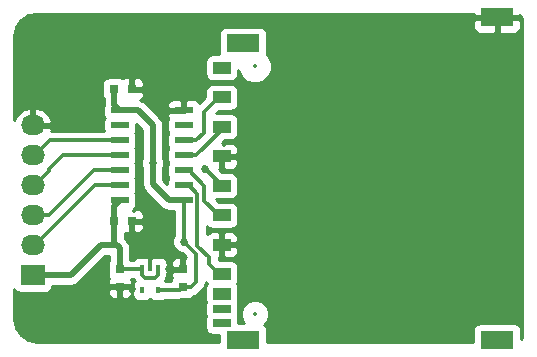
<source format=gtl>
%TF.GenerationSoftware,KiCad,Pcbnew,4.0.4+e1-6308~48~ubuntu16.04.1-stable*%
%TF.CreationDate,2017-01-04T17:26:24-08:00*%
%TF.ProjectId,sd-full-2041021-4-breakout,73642D66756C6C2D323034313032312D,v1.0*%
%TF.FileFunction,Copper,L1,Top,Signal*%
%FSLAX46Y46*%
G04 Gerber Fmt 4.6, Leading zero omitted, Abs format (unit mm)*
G04 Created by KiCad (PCBNEW 4.0.4+e1-6308~48~ubuntu16.04.1-stable) date Wed Jan  4 17:26:24 2017*
%MOMM*%
%LPD*%
G01*
G04 APERTURE LIST*
%ADD10C,0.350000*%
%ADD11R,0.750000X0.800000*%
%ADD12R,0.800000X0.750000*%
%ADD13R,2.032000X1.727200*%
%ADD14O,2.032000X1.727200*%
%ADD15R,1.500000X1.000000*%
%ADD16R,1.500000X0.700000*%
%ADD17R,2.800000X1.500000*%
%ADD18R,0.420000X0.600000*%
%ADD19R,1.500000X0.600000*%
%ADD20C,0.685800*%
%ADD21C,0.330200*%
%ADD22C,0.508000*%
%ADD23C,0.254000*%
%ADD24C,0.330200*%
%ADD25C,0.350000*%
G04 APERTURE END LIST*
D10*
D11*
X107442000Y-85852000D03*
X107442000Y-87352000D03*
D12*
X106958000Y-81788000D03*
X108458000Y-81788000D03*
X106958000Y-70612000D03*
X108458000Y-70612000D03*
D11*
X112776000Y-87364000D03*
X112776000Y-85864000D03*
D13*
X100076000Y-86360000D03*
D14*
X100076000Y-83820000D03*
X100076000Y-81280000D03*
X100076000Y-78740000D03*
X100076000Y-76200000D03*
X100076000Y-73660000D03*
D15*
X116072000Y-71287000D03*
X116072000Y-73787000D03*
X116072000Y-76287000D03*
X116072000Y-78787000D03*
X116072000Y-81287000D03*
X116072000Y-83787000D03*
X116072000Y-86217000D03*
X116072000Y-87917000D03*
X116072000Y-68787000D03*
D16*
X116072000Y-89217000D03*
X116072000Y-90417000D03*
D17*
X117872000Y-66712000D03*
X139372000Y-64512000D03*
X139372000Y-91812000D03*
X117872000Y-91812000D03*
D18*
X110632000Y-85730000D03*
X109332000Y-85730000D03*
X110632000Y-87630000D03*
X109982000Y-85730000D03*
X109332000Y-87630000D03*
D19*
X112842000Y-80010000D03*
X112842000Y-78740000D03*
X112842000Y-77470000D03*
X112842000Y-76200000D03*
X112842000Y-74930000D03*
X112842000Y-73660000D03*
X112842000Y-72390000D03*
X107442000Y-72390000D03*
X107442000Y-73660000D03*
X107442000Y-74930000D03*
X107442000Y-76200000D03*
X107442000Y-77470000D03*
X107442000Y-78740000D03*
X107442000Y-80010000D03*
D20*
X111633000Y-85852000D03*
X108458000Y-87503000D03*
X117856000Y-76327000D03*
X117983000Y-83820000D03*
X112903000Y-70866000D03*
X108458000Y-69342000D03*
X108458000Y-82931000D03*
X110236000Y-76835000D03*
X114681000Y-77343000D03*
X112842000Y-83505000D03*
D21*
X107442000Y-85852000D02*
X109210000Y-85852000D01*
X109210000Y-85852000D02*
X109332000Y-85730000D01*
X110378200Y-86614000D02*
X109585800Y-86614000D01*
X109585800Y-86614000D02*
X109332000Y-86360200D01*
X109332000Y-86360200D02*
X109332000Y-85730000D01*
X110632000Y-85730000D02*
X110632000Y-86360200D01*
X110632000Y-86360200D02*
X110378200Y-86614000D01*
D22*
X106958000Y-81788000D02*
X106958000Y-80494000D01*
X106958000Y-80494000D02*
X107442000Y-80010000D01*
X106934000Y-83820000D02*
X107188000Y-83820000D01*
X105809000Y-83820000D02*
X106934000Y-83820000D01*
X106934000Y-83820000D02*
X106958000Y-83796000D01*
X106958000Y-83796000D02*
X106958000Y-81788000D01*
X107188000Y-83820000D02*
X107442000Y-84074000D01*
X107442000Y-84074000D02*
X107442000Y-85852000D01*
X100076000Y-86360000D02*
X103269000Y-86360000D01*
X103269000Y-86360000D02*
X105809000Y-83820000D01*
D21*
X112776000Y-85864000D02*
X111645000Y-85864000D01*
X111645000Y-85864000D02*
X111633000Y-85852000D01*
X107442000Y-87352000D02*
X108307000Y-87352000D01*
X108307000Y-87352000D02*
X108458000Y-87503000D01*
X109982000Y-85730000D02*
X109982000Y-84709000D01*
X116072000Y-76287000D02*
X117816000Y-76287000D01*
X117816000Y-76287000D02*
X117856000Y-76327000D01*
X116072000Y-83787000D02*
X117950000Y-83787000D01*
X117950000Y-83787000D02*
X117983000Y-83820000D01*
D22*
X112842000Y-72390000D02*
X112842000Y-70927000D01*
X112842000Y-70927000D02*
X112903000Y-70866000D01*
X108458000Y-70612000D02*
X108458000Y-69342000D01*
X108458000Y-81788000D02*
X108458000Y-82931000D01*
X110236000Y-78662000D02*
X110236000Y-76835000D01*
X110236000Y-76835000D02*
X110236000Y-73660000D01*
D21*
X116072000Y-78787000D02*
X116072000Y-78734000D01*
X116072000Y-78734000D02*
X114681000Y-77343000D01*
X113919000Y-84582000D02*
X112842000Y-83505000D01*
X113919000Y-86926200D02*
X113919000Y-84582000D01*
X112776000Y-87364000D02*
X113481200Y-87364000D01*
X113481200Y-87364000D02*
X113919000Y-86926200D01*
X112842000Y-80010000D02*
X112842000Y-83505000D01*
X110632000Y-87630000D02*
X112510000Y-87630000D01*
X112510000Y-87630000D02*
X112776000Y-87364000D01*
D22*
X110236000Y-73660000D02*
X108966000Y-72390000D01*
X108966000Y-72390000D02*
X107442000Y-72390000D01*
X112842000Y-80010000D02*
X111584000Y-80010000D01*
X111584000Y-80010000D02*
X110236000Y-78662000D01*
X106958000Y-70612000D02*
X106958000Y-71906000D01*
X106958000Y-71906000D02*
X107442000Y-72390000D01*
D21*
X100076000Y-76200000D02*
X100228400Y-76200000D01*
X100228400Y-76200000D02*
X101498400Y-74930000D01*
X101498400Y-74930000D02*
X106361800Y-74930000D01*
X106361800Y-74930000D02*
X107442000Y-74930000D01*
X107442000Y-76200000D02*
X102616000Y-76200000D01*
X102616000Y-76200000D02*
X101422200Y-77393800D01*
X101422200Y-77393800D02*
X101422200Y-77546200D01*
X101422200Y-77546200D02*
X100228400Y-78740000D01*
X100228400Y-78740000D02*
X100076000Y-78740000D01*
X100076000Y-83820000D02*
X100228400Y-83820000D01*
X100228400Y-83820000D02*
X105308400Y-78740000D01*
X105308400Y-78740000D02*
X106361800Y-78740000D01*
X106361800Y-78740000D02*
X107442000Y-78740000D01*
X114554000Y-74298200D02*
X114554000Y-72555000D01*
X115822000Y-71287000D02*
X116072000Y-71287000D01*
X114554000Y-72555000D02*
X115822000Y-71287000D01*
X112842000Y-74930000D02*
X113922200Y-74930000D01*
X113922200Y-74930000D02*
X114554000Y-74298200D01*
X112842000Y-76200000D02*
X113922200Y-76200000D01*
X113922200Y-76200000D02*
X116072000Y-74050200D01*
X116072000Y-74050200D02*
X116072000Y-73787000D01*
X115822000Y-81287000D02*
X116072000Y-81287000D01*
X114595312Y-80060312D02*
X115822000Y-81287000D01*
X113292000Y-77470000D02*
X114595312Y-78773312D01*
X112842000Y-77470000D02*
X113292000Y-77470000D01*
X114595312Y-78773312D02*
X114595312Y-80060312D01*
X114991800Y-85386800D02*
X115822000Y-86217000D01*
X114991800Y-84828602D02*
X114991800Y-85386800D01*
X114011101Y-83847903D02*
X114991800Y-84828602D01*
X114011101Y-79459101D02*
X114011101Y-83847903D01*
X112842000Y-78740000D02*
X113292000Y-78740000D01*
X113292000Y-78740000D02*
X114011101Y-79459101D01*
X115822000Y-86217000D02*
X116072000Y-86217000D01*
X100076000Y-81280000D02*
X101422200Y-81280000D01*
X101422200Y-81280000D02*
X105232200Y-77470000D01*
X106361800Y-77470000D02*
X107442000Y-77470000D01*
X105232200Y-77470000D02*
X106361800Y-77470000D01*
D23*
G36*
X137337000Y-64226250D02*
X137495750Y-64385000D01*
X139245000Y-64385000D01*
X139245000Y-64365000D01*
X139499000Y-64365000D01*
X139499000Y-64385000D01*
X141248250Y-64385000D01*
X141291287Y-64341963D01*
X141355278Y-64384720D01*
X141473392Y-64561490D01*
X141528800Y-64840049D01*
X141528800Y-91369951D01*
X141473392Y-91648510D01*
X141419440Y-91729255D01*
X141419440Y-91062000D01*
X141375162Y-90826683D01*
X141236090Y-90610559D01*
X141023890Y-90465569D01*
X140772000Y-90414560D01*
X137972000Y-90414560D01*
X137736683Y-90458838D01*
X137520559Y-90597910D01*
X137375569Y-90810110D01*
X137324560Y-91062000D01*
X137324560Y-91998800D01*
X119919440Y-91998800D01*
X119919440Y-91062000D01*
X119875162Y-90826683D01*
X119736090Y-90610559D01*
X119654760Y-90554988D01*
X119876009Y-90334125D01*
X120056794Y-89898745D01*
X120057206Y-89427323D01*
X119877180Y-88991628D01*
X119544125Y-88657991D01*
X119108745Y-88477206D01*
X118637323Y-88476794D01*
X118201628Y-88656820D01*
X117867991Y-88989875D01*
X117687206Y-89425255D01*
X117686794Y-89896677D01*
X117866820Y-90332372D01*
X117948865Y-90414560D01*
X117469440Y-90414560D01*
X117469440Y-90067000D01*
X117425162Y-89831683D01*
X117417658Y-89820021D01*
X117418431Y-89818890D01*
X117469440Y-89567000D01*
X117469440Y-88867000D01*
X117425549Y-88633740D01*
X117469440Y-88417000D01*
X117469440Y-87417000D01*
X117425162Y-87181683D01*
X117351380Y-87067022D01*
X117418431Y-86968890D01*
X117469440Y-86717000D01*
X117469440Y-85717000D01*
X117425162Y-85481683D01*
X117286090Y-85265559D01*
X117073890Y-85120569D01*
X116822000Y-85069560D01*
X115806072Y-85069560D01*
X115791900Y-85055388D01*
X115791900Y-84916350D01*
X115945000Y-84763250D01*
X115945000Y-83914000D01*
X116199000Y-83914000D01*
X116199000Y-84763250D01*
X116357750Y-84922000D01*
X116948310Y-84922000D01*
X117181699Y-84825327D01*
X117360327Y-84646698D01*
X117457000Y-84413309D01*
X117457000Y-84072750D01*
X117298250Y-83914000D01*
X116199000Y-83914000D01*
X115945000Y-83914000D01*
X115925000Y-83914000D01*
X115925000Y-83660000D01*
X115945000Y-83660000D01*
X115945000Y-82810750D01*
X116199000Y-82810750D01*
X116199000Y-83660000D01*
X117298250Y-83660000D01*
X117457000Y-83501250D01*
X117457000Y-83160691D01*
X117360327Y-82927302D01*
X117181699Y-82748673D01*
X116948310Y-82652000D01*
X116357750Y-82652000D01*
X116199000Y-82810750D01*
X115945000Y-82810750D01*
X115786250Y-82652000D01*
X115195690Y-82652000D01*
X114962301Y-82748673D01*
X114811201Y-82899774D01*
X114811201Y-82165853D01*
X114857910Y-82238441D01*
X115070110Y-82383431D01*
X115322000Y-82434440D01*
X116822000Y-82434440D01*
X117057317Y-82390162D01*
X117273441Y-82251090D01*
X117418431Y-82038890D01*
X117469440Y-81787000D01*
X117469440Y-80787000D01*
X117425162Y-80551683D01*
X117286090Y-80335559D01*
X117073890Y-80190569D01*
X116822000Y-80139560D01*
X115806072Y-80139560D01*
X115600952Y-79934440D01*
X116822000Y-79934440D01*
X117057317Y-79890162D01*
X117273441Y-79751090D01*
X117418431Y-79538890D01*
X117469440Y-79287000D01*
X117469440Y-78287000D01*
X117425162Y-78051683D01*
X117286090Y-77835559D01*
X117073890Y-77690569D01*
X116822000Y-77639560D01*
X116109072Y-77639560D01*
X115838881Y-77369369D01*
X115945000Y-77263250D01*
X115945000Y-76414000D01*
X116199000Y-76414000D01*
X116199000Y-77263250D01*
X116357750Y-77422000D01*
X116948310Y-77422000D01*
X117181699Y-77325327D01*
X117360327Y-77146698D01*
X117457000Y-76913309D01*
X117457000Y-76572750D01*
X117298250Y-76414000D01*
X116199000Y-76414000D01*
X115945000Y-76414000D01*
X115925000Y-76414000D01*
X115925000Y-76160000D01*
X115945000Y-76160000D01*
X115945000Y-76140000D01*
X116199000Y-76140000D01*
X116199000Y-76160000D01*
X117298250Y-76160000D01*
X117457000Y-76001250D01*
X117457000Y-75660691D01*
X117360327Y-75427302D01*
X117181699Y-75248673D01*
X116948310Y-75152000D01*
X116357750Y-75152000D01*
X116199002Y-75310748D01*
X116199002Y-75152000D01*
X116101712Y-75152000D01*
X116319272Y-74934440D01*
X116822000Y-74934440D01*
X117057317Y-74890162D01*
X117273441Y-74751090D01*
X117418431Y-74538890D01*
X117469440Y-74287000D01*
X117469440Y-73287000D01*
X117425162Y-73051683D01*
X117286090Y-72835559D01*
X117073890Y-72690569D01*
X116822000Y-72639560D01*
X115600952Y-72639560D01*
X115806072Y-72434440D01*
X116822000Y-72434440D01*
X117057317Y-72390162D01*
X117273441Y-72251090D01*
X117418431Y-72038890D01*
X117469440Y-71787000D01*
X117469440Y-70787000D01*
X117425162Y-70551683D01*
X117286090Y-70335559D01*
X117073890Y-70190569D01*
X116822000Y-70139560D01*
X115322000Y-70139560D01*
X115086683Y-70183838D01*
X114870559Y-70322910D01*
X114725569Y-70535110D01*
X114674560Y-70787000D01*
X114674560Y-71302928D01*
X114164555Y-71812933D01*
X114130327Y-71730301D01*
X113951698Y-71551673D01*
X113718309Y-71455000D01*
X113127750Y-71455000D01*
X112969000Y-71613750D01*
X112969000Y-72263000D01*
X112989000Y-72263000D01*
X112989000Y-72517000D01*
X112969000Y-72517000D01*
X112969000Y-72537000D01*
X112715000Y-72537000D01*
X112715000Y-72517000D01*
X111615750Y-72517000D01*
X111457000Y-72675750D01*
X111457000Y-72816310D01*
X111546806Y-73033122D01*
X111495569Y-73108110D01*
X111444560Y-73360000D01*
X111444560Y-73960000D01*
X111488838Y-74195317D01*
X111552678Y-74294528D01*
X111495569Y-74378110D01*
X111444560Y-74630000D01*
X111444560Y-75230000D01*
X111488838Y-75465317D01*
X111552678Y-75564528D01*
X111495569Y-75648110D01*
X111444560Y-75900000D01*
X111444560Y-76500000D01*
X111488838Y-76735317D01*
X111552678Y-76834528D01*
X111495569Y-76918110D01*
X111444560Y-77170000D01*
X111444560Y-77770000D01*
X111488838Y-78005317D01*
X111552678Y-78104528D01*
X111495569Y-78188110D01*
X111444560Y-78440000D01*
X111444560Y-78613324D01*
X111125000Y-78293764D01*
X111125000Y-77244055D01*
X111213730Y-77030370D01*
X111214069Y-76641337D01*
X111125000Y-76425773D01*
X111125000Y-73660000D01*
X111057329Y-73319794D01*
X110864618Y-73031382D01*
X109796926Y-71963690D01*
X111457000Y-71963690D01*
X111457000Y-72104250D01*
X111615750Y-72263000D01*
X112715000Y-72263000D01*
X112715000Y-71613750D01*
X112556250Y-71455000D01*
X111965691Y-71455000D01*
X111732302Y-71551673D01*
X111553673Y-71730301D01*
X111457000Y-71963690D01*
X109796926Y-71963690D01*
X109594618Y-71761382D01*
X109548102Y-71730301D01*
X109306206Y-71568671D01*
X109175719Y-71542715D01*
X109217698Y-71525327D01*
X109396327Y-71346699D01*
X109493000Y-71113310D01*
X109493000Y-70897750D01*
X109334250Y-70739000D01*
X108585000Y-70739000D01*
X108585000Y-70759000D01*
X108331000Y-70759000D01*
X108331000Y-70739000D01*
X108311000Y-70739000D01*
X108311000Y-70485000D01*
X108331000Y-70485000D01*
X108331000Y-69760750D01*
X108585000Y-69760750D01*
X108585000Y-70485000D01*
X109334250Y-70485000D01*
X109493000Y-70326250D01*
X109493000Y-70110690D01*
X109396327Y-69877301D01*
X109217698Y-69698673D01*
X108984309Y-69602000D01*
X108743750Y-69602000D01*
X108585000Y-69760750D01*
X108331000Y-69760750D01*
X108172250Y-69602000D01*
X107931691Y-69602000D01*
X107698302Y-69698673D01*
X107696932Y-69700043D01*
X107609890Y-69640569D01*
X107358000Y-69589560D01*
X106558000Y-69589560D01*
X106322683Y-69633838D01*
X106106559Y-69772910D01*
X105961569Y-69985110D01*
X105910560Y-70237000D01*
X105910560Y-70987000D01*
X105954838Y-71222317D01*
X106069000Y-71399730D01*
X106069000Y-71906000D01*
X106075353Y-71937939D01*
X106044560Y-72090000D01*
X106044560Y-72690000D01*
X106088838Y-72925317D01*
X106152678Y-73024528D01*
X106095569Y-73108110D01*
X106044560Y-73360000D01*
X106044560Y-73960000D01*
X106076529Y-74129900D01*
X101634894Y-74129900D01*
X101680709Y-74034791D01*
X101683358Y-74019026D01*
X101562217Y-73787000D01*
X100203000Y-73787000D01*
X100203000Y-73807000D01*
X99949000Y-73807000D01*
X99949000Y-73787000D01*
X99929000Y-73787000D01*
X99929000Y-73533000D01*
X99949000Y-73533000D01*
X99949000Y-72319076D01*
X100203000Y-72319076D01*
X100203000Y-73533000D01*
X101562217Y-73533000D01*
X101683358Y-73300974D01*
X101680709Y-73285209D01*
X101426732Y-72757964D01*
X100990320Y-72368046D01*
X100437913Y-72174816D01*
X100203000Y-72319076D01*
X99949000Y-72319076D01*
X99714087Y-72174816D01*
X99161680Y-72368046D01*
X98725268Y-72757964D01*
X98501200Y-73223119D01*
X98501200Y-68287000D01*
X114674560Y-68287000D01*
X114674560Y-69287000D01*
X114718838Y-69522317D01*
X114857910Y-69738441D01*
X115070110Y-69883431D01*
X115322000Y-69934440D01*
X116822000Y-69934440D01*
X117057317Y-69890162D01*
X117273441Y-69751090D01*
X117418431Y-69538890D01*
X117469440Y-69287000D01*
X117469440Y-69025298D01*
X117654757Y-69473800D01*
X118058077Y-69877824D01*
X118585309Y-70096750D01*
X119156187Y-70097248D01*
X119683800Y-69879243D01*
X120087824Y-69475923D01*
X120306750Y-68948691D01*
X120307248Y-68377813D01*
X120089243Y-67850200D01*
X119882722Y-67643319D01*
X119919440Y-67462000D01*
X119919440Y-65962000D01*
X119875162Y-65726683D01*
X119736090Y-65510559D01*
X119523890Y-65365569D01*
X119272000Y-65314560D01*
X116472000Y-65314560D01*
X116236683Y-65358838D01*
X116020559Y-65497910D01*
X115875569Y-65710110D01*
X115824560Y-65962000D01*
X115824560Y-67462000D01*
X115857970Y-67639560D01*
X115322000Y-67639560D01*
X115086683Y-67683838D01*
X114870559Y-67822910D01*
X114725569Y-68035110D01*
X114674560Y-68287000D01*
X98501200Y-68287000D01*
X98501200Y-66110045D01*
X98653282Y-65345480D01*
X99019264Y-64797750D01*
X137337000Y-64797750D01*
X137337000Y-65388309D01*
X137433673Y-65621698D01*
X137612301Y-65800327D01*
X137845690Y-65897000D01*
X139086250Y-65897000D01*
X139245000Y-65738250D01*
X139245000Y-64639000D01*
X139499000Y-64639000D01*
X139499000Y-65738250D01*
X139657750Y-65897000D01*
X140898310Y-65897000D01*
X141131699Y-65800327D01*
X141310327Y-65621698D01*
X141407000Y-65388309D01*
X141407000Y-64797750D01*
X141248250Y-64639000D01*
X139499000Y-64639000D01*
X139245000Y-64639000D01*
X137495750Y-64639000D01*
X137337000Y-64797750D01*
X99019264Y-64797750D01*
X99046696Y-64756696D01*
X99635749Y-64363102D01*
X100395947Y-64211200D01*
X137337000Y-64211200D01*
X137337000Y-64226250D01*
X137337000Y-64226250D01*
G37*
X137337000Y-64226250D02*
X137495750Y-64385000D01*
X139245000Y-64385000D01*
X139245000Y-64365000D01*
X139499000Y-64365000D01*
X139499000Y-64385000D01*
X141248250Y-64385000D01*
X141291287Y-64341963D01*
X141355278Y-64384720D01*
X141473392Y-64561490D01*
X141528800Y-64840049D01*
X141528800Y-91369951D01*
X141473392Y-91648510D01*
X141419440Y-91729255D01*
X141419440Y-91062000D01*
X141375162Y-90826683D01*
X141236090Y-90610559D01*
X141023890Y-90465569D01*
X140772000Y-90414560D01*
X137972000Y-90414560D01*
X137736683Y-90458838D01*
X137520559Y-90597910D01*
X137375569Y-90810110D01*
X137324560Y-91062000D01*
X137324560Y-91998800D01*
X119919440Y-91998800D01*
X119919440Y-91062000D01*
X119875162Y-90826683D01*
X119736090Y-90610559D01*
X119654760Y-90554988D01*
X119876009Y-90334125D01*
X120056794Y-89898745D01*
X120057206Y-89427323D01*
X119877180Y-88991628D01*
X119544125Y-88657991D01*
X119108745Y-88477206D01*
X118637323Y-88476794D01*
X118201628Y-88656820D01*
X117867991Y-88989875D01*
X117687206Y-89425255D01*
X117686794Y-89896677D01*
X117866820Y-90332372D01*
X117948865Y-90414560D01*
X117469440Y-90414560D01*
X117469440Y-90067000D01*
X117425162Y-89831683D01*
X117417658Y-89820021D01*
X117418431Y-89818890D01*
X117469440Y-89567000D01*
X117469440Y-88867000D01*
X117425549Y-88633740D01*
X117469440Y-88417000D01*
X117469440Y-87417000D01*
X117425162Y-87181683D01*
X117351380Y-87067022D01*
X117418431Y-86968890D01*
X117469440Y-86717000D01*
X117469440Y-85717000D01*
X117425162Y-85481683D01*
X117286090Y-85265559D01*
X117073890Y-85120569D01*
X116822000Y-85069560D01*
X115806072Y-85069560D01*
X115791900Y-85055388D01*
X115791900Y-84916350D01*
X115945000Y-84763250D01*
X115945000Y-83914000D01*
X116199000Y-83914000D01*
X116199000Y-84763250D01*
X116357750Y-84922000D01*
X116948310Y-84922000D01*
X117181699Y-84825327D01*
X117360327Y-84646698D01*
X117457000Y-84413309D01*
X117457000Y-84072750D01*
X117298250Y-83914000D01*
X116199000Y-83914000D01*
X115945000Y-83914000D01*
X115925000Y-83914000D01*
X115925000Y-83660000D01*
X115945000Y-83660000D01*
X115945000Y-82810750D01*
X116199000Y-82810750D01*
X116199000Y-83660000D01*
X117298250Y-83660000D01*
X117457000Y-83501250D01*
X117457000Y-83160691D01*
X117360327Y-82927302D01*
X117181699Y-82748673D01*
X116948310Y-82652000D01*
X116357750Y-82652000D01*
X116199000Y-82810750D01*
X115945000Y-82810750D01*
X115786250Y-82652000D01*
X115195690Y-82652000D01*
X114962301Y-82748673D01*
X114811201Y-82899774D01*
X114811201Y-82165853D01*
X114857910Y-82238441D01*
X115070110Y-82383431D01*
X115322000Y-82434440D01*
X116822000Y-82434440D01*
X117057317Y-82390162D01*
X117273441Y-82251090D01*
X117418431Y-82038890D01*
X117469440Y-81787000D01*
X117469440Y-80787000D01*
X117425162Y-80551683D01*
X117286090Y-80335559D01*
X117073890Y-80190569D01*
X116822000Y-80139560D01*
X115806072Y-80139560D01*
X115600952Y-79934440D01*
X116822000Y-79934440D01*
X117057317Y-79890162D01*
X117273441Y-79751090D01*
X117418431Y-79538890D01*
X117469440Y-79287000D01*
X117469440Y-78287000D01*
X117425162Y-78051683D01*
X117286090Y-77835559D01*
X117073890Y-77690569D01*
X116822000Y-77639560D01*
X116109072Y-77639560D01*
X115838881Y-77369369D01*
X115945000Y-77263250D01*
X115945000Y-76414000D01*
X116199000Y-76414000D01*
X116199000Y-77263250D01*
X116357750Y-77422000D01*
X116948310Y-77422000D01*
X117181699Y-77325327D01*
X117360327Y-77146698D01*
X117457000Y-76913309D01*
X117457000Y-76572750D01*
X117298250Y-76414000D01*
X116199000Y-76414000D01*
X115945000Y-76414000D01*
X115925000Y-76414000D01*
X115925000Y-76160000D01*
X115945000Y-76160000D01*
X115945000Y-76140000D01*
X116199000Y-76140000D01*
X116199000Y-76160000D01*
X117298250Y-76160000D01*
X117457000Y-76001250D01*
X117457000Y-75660691D01*
X117360327Y-75427302D01*
X117181699Y-75248673D01*
X116948310Y-75152000D01*
X116357750Y-75152000D01*
X116199002Y-75310748D01*
X116199002Y-75152000D01*
X116101712Y-75152000D01*
X116319272Y-74934440D01*
X116822000Y-74934440D01*
X117057317Y-74890162D01*
X117273441Y-74751090D01*
X117418431Y-74538890D01*
X117469440Y-74287000D01*
X117469440Y-73287000D01*
X117425162Y-73051683D01*
X117286090Y-72835559D01*
X117073890Y-72690569D01*
X116822000Y-72639560D01*
X115600952Y-72639560D01*
X115806072Y-72434440D01*
X116822000Y-72434440D01*
X117057317Y-72390162D01*
X117273441Y-72251090D01*
X117418431Y-72038890D01*
X117469440Y-71787000D01*
X117469440Y-70787000D01*
X117425162Y-70551683D01*
X117286090Y-70335559D01*
X117073890Y-70190569D01*
X116822000Y-70139560D01*
X115322000Y-70139560D01*
X115086683Y-70183838D01*
X114870559Y-70322910D01*
X114725569Y-70535110D01*
X114674560Y-70787000D01*
X114674560Y-71302928D01*
X114164555Y-71812933D01*
X114130327Y-71730301D01*
X113951698Y-71551673D01*
X113718309Y-71455000D01*
X113127750Y-71455000D01*
X112969000Y-71613750D01*
X112969000Y-72263000D01*
X112989000Y-72263000D01*
X112989000Y-72517000D01*
X112969000Y-72517000D01*
X112969000Y-72537000D01*
X112715000Y-72537000D01*
X112715000Y-72517000D01*
X111615750Y-72517000D01*
X111457000Y-72675750D01*
X111457000Y-72816310D01*
X111546806Y-73033122D01*
X111495569Y-73108110D01*
X111444560Y-73360000D01*
X111444560Y-73960000D01*
X111488838Y-74195317D01*
X111552678Y-74294528D01*
X111495569Y-74378110D01*
X111444560Y-74630000D01*
X111444560Y-75230000D01*
X111488838Y-75465317D01*
X111552678Y-75564528D01*
X111495569Y-75648110D01*
X111444560Y-75900000D01*
X111444560Y-76500000D01*
X111488838Y-76735317D01*
X111552678Y-76834528D01*
X111495569Y-76918110D01*
X111444560Y-77170000D01*
X111444560Y-77770000D01*
X111488838Y-78005317D01*
X111552678Y-78104528D01*
X111495569Y-78188110D01*
X111444560Y-78440000D01*
X111444560Y-78613324D01*
X111125000Y-78293764D01*
X111125000Y-77244055D01*
X111213730Y-77030370D01*
X111214069Y-76641337D01*
X111125000Y-76425773D01*
X111125000Y-73660000D01*
X111057329Y-73319794D01*
X110864618Y-73031382D01*
X109796926Y-71963690D01*
X111457000Y-71963690D01*
X111457000Y-72104250D01*
X111615750Y-72263000D01*
X112715000Y-72263000D01*
X112715000Y-71613750D01*
X112556250Y-71455000D01*
X111965691Y-71455000D01*
X111732302Y-71551673D01*
X111553673Y-71730301D01*
X111457000Y-71963690D01*
X109796926Y-71963690D01*
X109594618Y-71761382D01*
X109548102Y-71730301D01*
X109306206Y-71568671D01*
X109175719Y-71542715D01*
X109217698Y-71525327D01*
X109396327Y-71346699D01*
X109493000Y-71113310D01*
X109493000Y-70897750D01*
X109334250Y-70739000D01*
X108585000Y-70739000D01*
X108585000Y-70759000D01*
X108331000Y-70759000D01*
X108331000Y-70739000D01*
X108311000Y-70739000D01*
X108311000Y-70485000D01*
X108331000Y-70485000D01*
X108331000Y-69760750D01*
X108585000Y-69760750D01*
X108585000Y-70485000D01*
X109334250Y-70485000D01*
X109493000Y-70326250D01*
X109493000Y-70110690D01*
X109396327Y-69877301D01*
X109217698Y-69698673D01*
X108984309Y-69602000D01*
X108743750Y-69602000D01*
X108585000Y-69760750D01*
X108331000Y-69760750D01*
X108172250Y-69602000D01*
X107931691Y-69602000D01*
X107698302Y-69698673D01*
X107696932Y-69700043D01*
X107609890Y-69640569D01*
X107358000Y-69589560D01*
X106558000Y-69589560D01*
X106322683Y-69633838D01*
X106106559Y-69772910D01*
X105961569Y-69985110D01*
X105910560Y-70237000D01*
X105910560Y-70987000D01*
X105954838Y-71222317D01*
X106069000Y-71399730D01*
X106069000Y-71906000D01*
X106075353Y-71937939D01*
X106044560Y-72090000D01*
X106044560Y-72690000D01*
X106088838Y-72925317D01*
X106152678Y-73024528D01*
X106095569Y-73108110D01*
X106044560Y-73360000D01*
X106044560Y-73960000D01*
X106076529Y-74129900D01*
X101634894Y-74129900D01*
X101680709Y-74034791D01*
X101683358Y-74019026D01*
X101562217Y-73787000D01*
X100203000Y-73787000D01*
X100203000Y-73807000D01*
X99949000Y-73807000D01*
X99949000Y-73787000D01*
X99929000Y-73787000D01*
X99929000Y-73533000D01*
X99949000Y-73533000D01*
X99949000Y-72319076D01*
X100203000Y-72319076D01*
X100203000Y-73533000D01*
X101562217Y-73533000D01*
X101683358Y-73300974D01*
X101680709Y-73285209D01*
X101426732Y-72757964D01*
X100990320Y-72368046D01*
X100437913Y-72174816D01*
X100203000Y-72319076D01*
X99949000Y-72319076D01*
X99714087Y-72174816D01*
X99161680Y-72368046D01*
X98725268Y-72757964D01*
X98501200Y-73223119D01*
X98501200Y-68287000D01*
X114674560Y-68287000D01*
X114674560Y-69287000D01*
X114718838Y-69522317D01*
X114857910Y-69738441D01*
X115070110Y-69883431D01*
X115322000Y-69934440D01*
X116822000Y-69934440D01*
X117057317Y-69890162D01*
X117273441Y-69751090D01*
X117418431Y-69538890D01*
X117469440Y-69287000D01*
X117469440Y-69025298D01*
X117654757Y-69473800D01*
X118058077Y-69877824D01*
X118585309Y-70096750D01*
X119156187Y-70097248D01*
X119683800Y-69879243D01*
X120087824Y-69475923D01*
X120306750Y-68948691D01*
X120307248Y-68377813D01*
X120089243Y-67850200D01*
X119882722Y-67643319D01*
X119919440Y-67462000D01*
X119919440Y-65962000D01*
X119875162Y-65726683D01*
X119736090Y-65510559D01*
X119523890Y-65365569D01*
X119272000Y-65314560D01*
X116472000Y-65314560D01*
X116236683Y-65358838D01*
X116020559Y-65497910D01*
X115875569Y-65710110D01*
X115824560Y-65962000D01*
X115824560Y-67462000D01*
X115857970Y-67639560D01*
X115322000Y-67639560D01*
X115086683Y-67683838D01*
X114870559Y-67822910D01*
X114725569Y-68035110D01*
X114674560Y-68287000D01*
X98501200Y-68287000D01*
X98501200Y-66110045D01*
X98653282Y-65345480D01*
X99019264Y-64797750D01*
X137337000Y-64797750D01*
X137337000Y-65388309D01*
X137433673Y-65621698D01*
X137612301Y-65800327D01*
X137845690Y-65897000D01*
X139086250Y-65897000D01*
X139245000Y-65738250D01*
X139245000Y-64639000D01*
X139499000Y-64639000D01*
X139499000Y-65738250D01*
X139657750Y-65897000D01*
X140898310Y-65897000D01*
X141131699Y-65800327D01*
X141310327Y-65621698D01*
X141407000Y-65388309D01*
X141407000Y-64797750D01*
X141248250Y-64639000D01*
X139499000Y-64639000D01*
X139245000Y-64639000D01*
X137495750Y-64639000D01*
X137337000Y-64797750D01*
X99019264Y-64797750D01*
X99046696Y-64756696D01*
X99635749Y-64363102D01*
X100395947Y-64211200D01*
X137337000Y-64211200D01*
X137337000Y-64226250D01*
G36*
X106553000Y-85079468D02*
X106470569Y-85200110D01*
X106419560Y-85452000D01*
X106419560Y-86252000D01*
X106463838Y-86487317D01*
X106530329Y-86590646D01*
X106528673Y-86592302D01*
X106432000Y-86825691D01*
X106432000Y-87066250D01*
X106590750Y-87225000D01*
X107315000Y-87225000D01*
X107315000Y-87205000D01*
X107569000Y-87205000D01*
X107569000Y-87225000D01*
X108293250Y-87225000D01*
X108452000Y-87066250D01*
X108452000Y-86825691D01*
X108380096Y-86652100D01*
X108589963Y-86652100D01*
X108592804Y-86666385D01*
X108709416Y-86840906D01*
X108670559Y-86865910D01*
X108525569Y-87078110D01*
X108474560Y-87330000D01*
X108474560Y-87930000D01*
X108518838Y-88165317D01*
X108657910Y-88381441D01*
X108870110Y-88526431D01*
X109122000Y-88577440D01*
X109542000Y-88577440D01*
X109777317Y-88533162D01*
X109984677Y-88399730D01*
X110170110Y-88526431D01*
X110422000Y-88577440D01*
X110842000Y-88577440D01*
X111077317Y-88533162D01*
X111237480Y-88430100D01*
X112510000Y-88430100D01*
X112603810Y-88411440D01*
X113151000Y-88411440D01*
X113386317Y-88367162D01*
X113602441Y-88228090D01*
X113672110Y-88126126D01*
X113787385Y-88103196D01*
X114046956Y-87929756D01*
X114484756Y-87491956D01*
X114658196Y-87232385D01*
X114716440Y-86939573D01*
X114718838Y-86952317D01*
X114792620Y-87066978D01*
X114725569Y-87165110D01*
X114674560Y-87417000D01*
X114674560Y-88417000D01*
X114718451Y-88650260D01*
X114674560Y-88867000D01*
X114674560Y-89567000D01*
X114718838Y-89802317D01*
X114726342Y-89813979D01*
X114725569Y-89815110D01*
X114674560Y-90067000D01*
X114674560Y-90767000D01*
X114718838Y-91002317D01*
X114857910Y-91218441D01*
X115070110Y-91363431D01*
X115322000Y-91414440D01*
X115824560Y-91414440D01*
X115824560Y-91998800D01*
X100400044Y-91998800D01*
X99635482Y-91846719D01*
X99046696Y-91453304D01*
X98653102Y-90864250D01*
X98501200Y-90104053D01*
X98501200Y-87527857D01*
X98595910Y-87675041D01*
X98808110Y-87820031D01*
X99060000Y-87871040D01*
X101092000Y-87871040D01*
X101327317Y-87826762D01*
X101543441Y-87687690D01*
X101577563Y-87637750D01*
X106432000Y-87637750D01*
X106432000Y-87878309D01*
X106528673Y-88111698D01*
X106707301Y-88290327D01*
X106940690Y-88387000D01*
X107156250Y-88387000D01*
X107315000Y-88228250D01*
X107315000Y-87479000D01*
X107569000Y-87479000D01*
X107569000Y-88228250D01*
X107727750Y-88387000D01*
X107943310Y-88387000D01*
X108176699Y-88290327D01*
X108355327Y-88111698D01*
X108452000Y-87878309D01*
X108452000Y-87637750D01*
X108293250Y-87479000D01*
X107569000Y-87479000D01*
X107315000Y-87479000D01*
X106590750Y-87479000D01*
X106432000Y-87637750D01*
X101577563Y-87637750D01*
X101688431Y-87475490D01*
X101734296Y-87249000D01*
X103269000Y-87249000D01*
X103609206Y-87181329D01*
X103897618Y-86988618D01*
X106177236Y-84709000D01*
X106553000Y-84709000D01*
X106553000Y-85079468D01*
X106553000Y-85079468D01*
G37*
X106553000Y-85079468D02*
X106470569Y-85200110D01*
X106419560Y-85452000D01*
X106419560Y-86252000D01*
X106463838Y-86487317D01*
X106530329Y-86590646D01*
X106528673Y-86592302D01*
X106432000Y-86825691D01*
X106432000Y-87066250D01*
X106590750Y-87225000D01*
X107315000Y-87225000D01*
X107315000Y-87205000D01*
X107569000Y-87205000D01*
X107569000Y-87225000D01*
X108293250Y-87225000D01*
X108452000Y-87066250D01*
X108452000Y-86825691D01*
X108380096Y-86652100D01*
X108589963Y-86652100D01*
X108592804Y-86666385D01*
X108709416Y-86840906D01*
X108670559Y-86865910D01*
X108525569Y-87078110D01*
X108474560Y-87330000D01*
X108474560Y-87930000D01*
X108518838Y-88165317D01*
X108657910Y-88381441D01*
X108870110Y-88526431D01*
X109122000Y-88577440D01*
X109542000Y-88577440D01*
X109777317Y-88533162D01*
X109984677Y-88399730D01*
X110170110Y-88526431D01*
X110422000Y-88577440D01*
X110842000Y-88577440D01*
X111077317Y-88533162D01*
X111237480Y-88430100D01*
X112510000Y-88430100D01*
X112603810Y-88411440D01*
X113151000Y-88411440D01*
X113386317Y-88367162D01*
X113602441Y-88228090D01*
X113672110Y-88126126D01*
X113787385Y-88103196D01*
X114046956Y-87929756D01*
X114484756Y-87491956D01*
X114658196Y-87232385D01*
X114716440Y-86939573D01*
X114718838Y-86952317D01*
X114792620Y-87066978D01*
X114725569Y-87165110D01*
X114674560Y-87417000D01*
X114674560Y-88417000D01*
X114718451Y-88650260D01*
X114674560Y-88867000D01*
X114674560Y-89567000D01*
X114718838Y-89802317D01*
X114726342Y-89813979D01*
X114725569Y-89815110D01*
X114674560Y-90067000D01*
X114674560Y-90767000D01*
X114718838Y-91002317D01*
X114857910Y-91218441D01*
X115070110Y-91363431D01*
X115322000Y-91414440D01*
X115824560Y-91414440D01*
X115824560Y-91998800D01*
X100400044Y-91998800D01*
X99635482Y-91846719D01*
X99046696Y-91453304D01*
X98653102Y-90864250D01*
X98501200Y-90104053D01*
X98501200Y-87527857D01*
X98595910Y-87675041D01*
X98808110Y-87820031D01*
X99060000Y-87871040D01*
X101092000Y-87871040D01*
X101327317Y-87826762D01*
X101543441Y-87687690D01*
X101577563Y-87637750D01*
X106432000Y-87637750D01*
X106432000Y-87878309D01*
X106528673Y-88111698D01*
X106707301Y-88290327D01*
X106940690Y-88387000D01*
X107156250Y-88387000D01*
X107315000Y-88228250D01*
X107315000Y-87479000D01*
X107569000Y-87479000D01*
X107569000Y-88228250D01*
X107727750Y-88387000D01*
X107943310Y-88387000D01*
X108176699Y-88290327D01*
X108355327Y-88111698D01*
X108452000Y-87878309D01*
X108452000Y-87637750D01*
X108293250Y-87479000D01*
X107569000Y-87479000D01*
X107315000Y-87479000D01*
X106590750Y-87479000D01*
X106432000Y-87637750D01*
X101577563Y-87637750D01*
X101688431Y-87475490D01*
X101734296Y-87249000D01*
X103269000Y-87249000D01*
X103609206Y-87181329D01*
X103897618Y-86988618D01*
X106177236Y-84709000D01*
X106553000Y-84709000D01*
X106553000Y-85079468D01*
G36*
X109347000Y-74028236D02*
X109347000Y-76425945D01*
X109258270Y-76639630D01*
X109257931Y-77028663D01*
X109347000Y-77244227D01*
X109347000Y-78662000D01*
X109414671Y-79002206D01*
X109539263Y-79188671D01*
X109607382Y-79290618D01*
X110955382Y-80638618D01*
X111243794Y-80831329D01*
X111584000Y-80899000D01*
X111829234Y-80899000D01*
X111840110Y-80906431D01*
X112041900Y-80947294D01*
X112041900Y-82921951D01*
X112013460Y-82950341D01*
X111864270Y-83309630D01*
X111863931Y-83698663D01*
X112012493Y-84058212D01*
X112287341Y-84333540D01*
X112646630Y-84482730D01*
X112688254Y-84482766D01*
X113048119Y-84842631D01*
X112903000Y-84987750D01*
X112903000Y-85737000D01*
X112923000Y-85737000D01*
X112923000Y-85991000D01*
X112903000Y-85991000D01*
X112903000Y-86011000D01*
X112649000Y-86011000D01*
X112649000Y-85991000D01*
X111924750Y-85991000D01*
X111766000Y-86149750D01*
X111766000Y-86390309D01*
X111862673Y-86623698D01*
X111864043Y-86625068D01*
X111804569Y-86712110D01*
X111780716Y-86829900D01*
X111261939Y-86829900D01*
X111371196Y-86666385D01*
X111432100Y-86360200D01*
X111432100Y-86291156D01*
X111438431Y-86281890D01*
X111489440Y-86030000D01*
X111489440Y-85430000D01*
X111472071Y-85337691D01*
X111766000Y-85337691D01*
X111766000Y-85578250D01*
X111924750Y-85737000D01*
X112649000Y-85737000D01*
X112649000Y-84987750D01*
X112490250Y-84829000D01*
X112274690Y-84829000D01*
X112041301Y-84925673D01*
X111862673Y-85104302D01*
X111766000Y-85337691D01*
X111472071Y-85337691D01*
X111445162Y-85194683D01*
X111306090Y-84978559D01*
X111093890Y-84833569D01*
X110842000Y-84782560D01*
X110422000Y-84782560D01*
X110330048Y-84799862D01*
X110318310Y-84795000D01*
X110245750Y-84795000D01*
X110220223Y-84820527D01*
X110186683Y-84826838D01*
X109979323Y-84960270D01*
X109793890Y-84833569D01*
X109747406Y-84824156D01*
X109718250Y-84795000D01*
X109645690Y-84795000D01*
X109631814Y-84800748D01*
X109542000Y-84782560D01*
X109122000Y-84782560D01*
X108886683Y-84826838D01*
X108670559Y-84965910D01*
X108611805Y-85051900D01*
X108331000Y-85051900D01*
X108331000Y-84074000D01*
X108263329Y-83733794D01*
X108070618Y-83445382D01*
X107847000Y-83221764D01*
X107847000Y-82762920D01*
X107931691Y-82798000D01*
X108172250Y-82798000D01*
X108331000Y-82639250D01*
X108331000Y-81915000D01*
X108585000Y-81915000D01*
X108585000Y-82639250D01*
X108743750Y-82798000D01*
X108984309Y-82798000D01*
X109217698Y-82701327D01*
X109396327Y-82522699D01*
X109493000Y-82289310D01*
X109493000Y-82073750D01*
X109334250Y-81915000D01*
X108585000Y-81915000D01*
X108331000Y-81915000D01*
X108311000Y-81915000D01*
X108311000Y-81661000D01*
X108331000Y-81661000D01*
X108331000Y-81641000D01*
X108585000Y-81641000D01*
X108585000Y-81661000D01*
X109334250Y-81661000D01*
X109493000Y-81502250D01*
X109493000Y-81286690D01*
X109396327Y-81053301D01*
X109217698Y-80874673D01*
X108984309Y-80778000D01*
X108743750Y-80778000D01*
X108585002Y-80936748D01*
X108585002Y-80811694D01*
X108643441Y-80774090D01*
X108788431Y-80561890D01*
X108839440Y-80310000D01*
X108839440Y-79710000D01*
X108795162Y-79474683D01*
X108731322Y-79375472D01*
X108788431Y-79291890D01*
X108839440Y-79040000D01*
X108839440Y-78440000D01*
X108795162Y-78204683D01*
X108731322Y-78105472D01*
X108788431Y-78021890D01*
X108839440Y-77770000D01*
X108839440Y-77170000D01*
X108795162Y-76934683D01*
X108731322Y-76835472D01*
X108788431Y-76751890D01*
X108839440Y-76500000D01*
X108839440Y-75900000D01*
X108795162Y-75664683D01*
X108731322Y-75565472D01*
X108788431Y-75481890D01*
X108839440Y-75230000D01*
X108839440Y-74630000D01*
X108795162Y-74394683D01*
X108731322Y-74295472D01*
X108788431Y-74211890D01*
X108839440Y-73960000D01*
X108839440Y-73520676D01*
X109347000Y-74028236D01*
X109347000Y-74028236D01*
G37*
X109347000Y-74028236D02*
X109347000Y-76425945D01*
X109258270Y-76639630D01*
X109257931Y-77028663D01*
X109347000Y-77244227D01*
X109347000Y-78662000D01*
X109414671Y-79002206D01*
X109539263Y-79188671D01*
X109607382Y-79290618D01*
X110955382Y-80638618D01*
X111243794Y-80831329D01*
X111584000Y-80899000D01*
X111829234Y-80899000D01*
X111840110Y-80906431D01*
X112041900Y-80947294D01*
X112041900Y-82921951D01*
X112013460Y-82950341D01*
X111864270Y-83309630D01*
X111863931Y-83698663D01*
X112012493Y-84058212D01*
X112287341Y-84333540D01*
X112646630Y-84482730D01*
X112688254Y-84482766D01*
X113048119Y-84842631D01*
X112903000Y-84987750D01*
X112903000Y-85737000D01*
X112923000Y-85737000D01*
X112923000Y-85991000D01*
X112903000Y-85991000D01*
X112903000Y-86011000D01*
X112649000Y-86011000D01*
X112649000Y-85991000D01*
X111924750Y-85991000D01*
X111766000Y-86149750D01*
X111766000Y-86390309D01*
X111862673Y-86623698D01*
X111864043Y-86625068D01*
X111804569Y-86712110D01*
X111780716Y-86829900D01*
X111261939Y-86829900D01*
X111371196Y-86666385D01*
X111432100Y-86360200D01*
X111432100Y-86291156D01*
X111438431Y-86281890D01*
X111489440Y-86030000D01*
X111489440Y-85430000D01*
X111472071Y-85337691D01*
X111766000Y-85337691D01*
X111766000Y-85578250D01*
X111924750Y-85737000D01*
X112649000Y-85737000D01*
X112649000Y-84987750D01*
X112490250Y-84829000D01*
X112274690Y-84829000D01*
X112041301Y-84925673D01*
X111862673Y-85104302D01*
X111766000Y-85337691D01*
X111472071Y-85337691D01*
X111445162Y-85194683D01*
X111306090Y-84978559D01*
X111093890Y-84833569D01*
X110842000Y-84782560D01*
X110422000Y-84782560D01*
X110330048Y-84799862D01*
X110318310Y-84795000D01*
X110245750Y-84795000D01*
X110220223Y-84820527D01*
X110186683Y-84826838D01*
X109979323Y-84960270D01*
X109793890Y-84833569D01*
X109747406Y-84824156D01*
X109718250Y-84795000D01*
X109645690Y-84795000D01*
X109631814Y-84800748D01*
X109542000Y-84782560D01*
X109122000Y-84782560D01*
X108886683Y-84826838D01*
X108670559Y-84965910D01*
X108611805Y-85051900D01*
X108331000Y-85051900D01*
X108331000Y-84074000D01*
X108263329Y-83733794D01*
X108070618Y-83445382D01*
X107847000Y-83221764D01*
X107847000Y-82762920D01*
X107931691Y-82798000D01*
X108172250Y-82798000D01*
X108331000Y-82639250D01*
X108331000Y-81915000D01*
X108585000Y-81915000D01*
X108585000Y-82639250D01*
X108743750Y-82798000D01*
X108984309Y-82798000D01*
X109217698Y-82701327D01*
X109396327Y-82522699D01*
X109493000Y-82289310D01*
X109493000Y-82073750D01*
X109334250Y-81915000D01*
X108585000Y-81915000D01*
X108331000Y-81915000D01*
X108311000Y-81915000D01*
X108311000Y-81661000D01*
X108331000Y-81661000D01*
X108331000Y-81641000D01*
X108585000Y-81641000D01*
X108585000Y-81661000D01*
X109334250Y-81661000D01*
X109493000Y-81502250D01*
X109493000Y-81286690D01*
X109396327Y-81053301D01*
X109217698Y-80874673D01*
X108984309Y-80778000D01*
X108743750Y-80778000D01*
X108585002Y-80936748D01*
X108585002Y-80811694D01*
X108643441Y-80774090D01*
X108788431Y-80561890D01*
X108839440Y-80310000D01*
X108839440Y-79710000D01*
X108795162Y-79474683D01*
X108731322Y-79375472D01*
X108788431Y-79291890D01*
X108839440Y-79040000D01*
X108839440Y-78440000D01*
X108795162Y-78204683D01*
X108731322Y-78105472D01*
X108788431Y-78021890D01*
X108839440Y-77770000D01*
X108839440Y-77170000D01*
X108795162Y-76934683D01*
X108731322Y-76835472D01*
X108788431Y-76751890D01*
X108839440Y-76500000D01*
X108839440Y-75900000D01*
X108795162Y-75664683D01*
X108731322Y-75565472D01*
X108788431Y-75481890D01*
X108839440Y-75230000D01*
X108839440Y-74630000D01*
X108795162Y-74394683D01*
X108731322Y-74295472D01*
X108788431Y-74211890D01*
X108839440Y-73960000D01*
X108839440Y-73520676D01*
X109347000Y-74028236D01*
D24*
X111633000Y-85852000D03*
X108458000Y-87503000D03*
X117856000Y-76327000D03*
X117983000Y-83820000D03*
X112903000Y-70866000D03*
X108458000Y-69342000D03*
X108458000Y-82931000D03*
X110236000Y-76835000D03*
X114681000Y-77343000D03*
X112842000Y-83505000D03*
D25*
X100076000Y-86360000D03*
X100076000Y-83820000D03*
X100076000Y-81280000D03*
X100076000Y-78740000D03*
X100076000Y-76200000D03*
X100076000Y-73660000D03*
X118872000Y-68662000D03*
X118872000Y-89662000D03*
M02*

</source>
